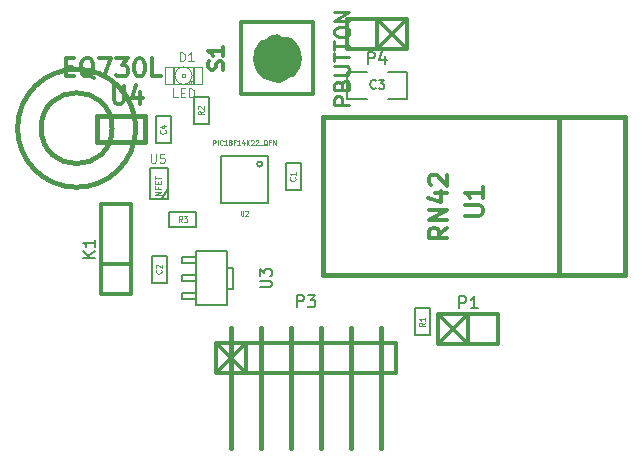
<source format=gto>
G04 (created by PCBNEW-RS274X (2011-nov-30)-testing) date Wed 08 Aug 2012 11:28:05 AM CEST*
%MOIN*%
G04 Gerber Fmt 3.4, Leading zero omitted, Abs format*
%FSLAX34Y34*%
G01*
G70*
G90*
G04 APERTURE LIST*
%ADD10C,0.006*%
%ADD11C,0.015*%
%ADD12C,0.005*%
%ADD13C,0.0079*%
%ADD14C,0.012*%
%ADD15C,0.1*%
%ADD16C,0.0026*%
%ADD17C,0.004*%
%ADD18C,0.0045*%
%ADD19C,0.0031*%
%ADD20C,0.008*%
%ADD21C,0.0125*%
%ADD22C,0.01*%
%ADD23C,0.0035*%
%ADD24C,0.003*%
G04 APERTURE END LIST*
G54D10*
G54D11*
X9685Y-11143D02*
G75*
G03X9685Y-11143I-1181J0D01*
G74*
G01*
X10473Y-11143D02*
G75*
G03X10473Y-11143I-1969J0D01*
G74*
G01*
G54D12*
X12027Y-16632D02*
X12027Y-16832D01*
X12027Y-16832D02*
X12497Y-16832D01*
X12027Y-16632D02*
X12497Y-16632D01*
X12027Y-16042D02*
X12497Y-16042D01*
X12027Y-16242D02*
X12497Y-16242D01*
X12027Y-16042D02*
X12027Y-16242D01*
X12027Y-15452D02*
X12027Y-15652D01*
X12027Y-15652D02*
X12497Y-15652D01*
X12027Y-15452D02*
X12497Y-15452D01*
X13722Y-15787D02*
X13722Y-16497D01*
X13722Y-16497D02*
X13527Y-16497D01*
X13722Y-15787D02*
X13527Y-15787D01*
X12497Y-15237D02*
X13527Y-15237D01*
X13527Y-15237D02*
X13527Y-17047D01*
X13527Y-17047D02*
X12497Y-17047D01*
X12497Y-17047D02*
X12497Y-15237D01*
X19524Y-10155D02*
X19524Y-9255D01*
X19524Y-9255D02*
X18874Y-9255D01*
X18174Y-10155D02*
X17524Y-10155D01*
X17524Y-10155D02*
X17524Y-9255D01*
X17524Y-9255D02*
X18174Y-9255D01*
X18874Y-10155D02*
X19524Y-10155D01*
X15978Y-12306D02*
X15978Y-13206D01*
X15978Y-13206D02*
X15478Y-13206D01*
X15478Y-13206D02*
X15478Y-12306D01*
X15478Y-12306D02*
X15978Y-12306D01*
X11010Y-16296D02*
X11010Y-15396D01*
X11010Y-15396D02*
X11510Y-15396D01*
X11510Y-15396D02*
X11510Y-16296D01*
X11510Y-16296D02*
X11010Y-16296D01*
X12407Y-11001D02*
X12407Y-10101D01*
X12407Y-10101D02*
X12907Y-10101D01*
X12907Y-10101D02*
X12907Y-11001D01*
X12907Y-11001D02*
X12407Y-11001D01*
X20289Y-17148D02*
X20289Y-18048D01*
X20289Y-18048D02*
X19789Y-18048D01*
X19789Y-18048D02*
X19789Y-17148D01*
X19789Y-17148D02*
X20289Y-17148D01*
X11648Y-10731D02*
X11648Y-11631D01*
X11648Y-11631D02*
X11148Y-11631D01*
X11148Y-11631D02*
X11148Y-10731D01*
X11148Y-10731D02*
X11648Y-10731D01*
G54D11*
X24587Y-10768D02*
X26792Y-10768D01*
X26792Y-10768D02*
X26792Y-16044D01*
X26792Y-16044D02*
X24587Y-16044D01*
X16713Y-10768D02*
X24587Y-10768D01*
X24587Y-10768D02*
X24587Y-16044D01*
X24587Y-16044D02*
X16713Y-16044D01*
X16713Y-16044D02*
X16713Y-10768D01*
G54D13*
X14881Y-12067D02*
X14881Y-13641D01*
X14881Y-13641D02*
X13307Y-13641D01*
X13307Y-13641D02*
X13307Y-12067D01*
X13307Y-12067D02*
X14881Y-12067D01*
X14693Y-12342D02*
G75*
G03X14693Y-12342I-87J0D01*
G74*
G01*
G54D14*
X13142Y-19295D02*
X14142Y-18295D01*
X14142Y-18295D02*
X14142Y-19295D01*
X14142Y-19295D02*
X13142Y-18295D01*
G54D11*
X13642Y-17795D02*
X13642Y-21795D01*
X18642Y-17795D02*
X18642Y-21795D01*
X17642Y-17795D02*
X17642Y-21795D01*
X16642Y-17795D02*
X16642Y-21795D01*
X15642Y-21795D02*
X15642Y-17795D01*
X14642Y-17795D02*
X14642Y-21795D01*
G54D14*
X13142Y-19295D02*
X13142Y-18295D01*
X13142Y-18295D02*
X19142Y-18295D01*
X19142Y-18295D02*
X19142Y-19295D01*
X19142Y-19295D02*
X13142Y-19295D01*
X10303Y-15677D02*
X9303Y-15677D01*
X9303Y-16677D02*
X9303Y-13677D01*
X9303Y-13677D02*
X10303Y-13677D01*
X10303Y-13677D02*
X10303Y-16677D01*
X10303Y-16677D02*
X9303Y-16677D01*
X21555Y-17335D02*
X21555Y-18335D01*
X21555Y-18335D02*
X20555Y-17335D01*
X20555Y-18335D02*
X21555Y-17335D01*
X22555Y-18335D02*
X20555Y-18335D01*
X20555Y-17335D02*
X22555Y-17335D01*
X20555Y-18335D02*
X20555Y-17335D01*
X22555Y-17335D02*
X22555Y-18335D01*
X18504Y-8492D02*
X18504Y-7492D01*
X18504Y-7492D02*
X19504Y-8492D01*
X19504Y-7492D02*
X18504Y-8492D01*
X17504Y-7492D02*
X19504Y-7492D01*
X19504Y-8492D02*
X17504Y-8492D01*
X19504Y-7492D02*
X19504Y-8492D01*
X17504Y-8492D02*
X17504Y-7492D01*
X13997Y-10019D02*
X13997Y-7619D01*
X13997Y-7619D02*
X16397Y-7619D01*
X16397Y-7619D02*
X16397Y-10019D01*
X16397Y-10019D02*
X13997Y-10019D01*
G54D15*
X15513Y-8819D02*
G75*
G03X15513Y-8819I-316J0D01*
G74*
G01*
G54D16*
X12028Y-9429D02*
X12106Y-9429D01*
X12106Y-9429D02*
X12106Y-9351D01*
X12028Y-9351D02*
X12106Y-9351D01*
X12028Y-9429D02*
X12028Y-9351D01*
X12244Y-9665D02*
X12381Y-9665D01*
X12381Y-9665D02*
X12381Y-9567D01*
X12244Y-9567D02*
X12381Y-9567D01*
X12244Y-9665D02*
X12244Y-9567D01*
X12381Y-9665D02*
X12421Y-9665D01*
X12421Y-9665D02*
X12421Y-9194D01*
X12381Y-9194D02*
X12421Y-9194D01*
X12381Y-9665D02*
X12381Y-9194D01*
X12381Y-9174D02*
X12421Y-9174D01*
X12421Y-9174D02*
X12421Y-9115D01*
X12381Y-9115D02*
X12421Y-9115D01*
X12381Y-9174D02*
X12381Y-9115D01*
X11713Y-9665D02*
X11753Y-9665D01*
X11753Y-9665D02*
X11753Y-9194D01*
X11713Y-9194D02*
X11753Y-9194D01*
X11713Y-9665D02*
X11713Y-9194D01*
X11713Y-9174D02*
X11753Y-9174D01*
X11753Y-9174D02*
X11753Y-9115D01*
X11713Y-9115D02*
X11753Y-9115D01*
X11713Y-9174D02*
X11713Y-9115D01*
X12244Y-9665D02*
X12303Y-9665D01*
X12303Y-9665D02*
X12303Y-9567D01*
X12244Y-9567D02*
X12303Y-9567D01*
X12244Y-9665D02*
X12244Y-9567D01*
G54D17*
X12677Y-9685D02*
X11457Y-9685D01*
X11457Y-9685D02*
X11457Y-9095D01*
X11457Y-9095D02*
X12677Y-9095D01*
X12677Y-9095D02*
X12677Y-9685D01*
X11852Y-9586D02*
G75*
G03X12283Y-9585I215J196D01*
G74*
G01*
X11852Y-9194D02*
G75*
G03X11851Y-9585I215J-196D01*
G74*
G01*
X12282Y-9194D02*
G75*
G03X11851Y-9195I-215J-196D01*
G74*
G01*
X12282Y-9586D02*
G75*
G03X12283Y-9195I-215J196D01*
G74*
G01*
G54D11*
X9173Y-10748D02*
X10787Y-10748D01*
X10787Y-10748D02*
X10787Y-11614D01*
X10787Y-11614D02*
X9173Y-11614D01*
X9173Y-11614D02*
X9173Y-10748D01*
G54D12*
X11540Y-13172D02*
X11340Y-13472D01*
X11540Y-12472D02*
X11540Y-13497D01*
X11540Y-13497D02*
X10940Y-13497D01*
X10940Y-13497D02*
X10940Y-12472D01*
X10940Y-12472D02*
X11540Y-12472D01*
X11597Y-13943D02*
X12497Y-13943D01*
X12497Y-13943D02*
X12497Y-14443D01*
X12497Y-14443D02*
X11597Y-14443D01*
X11597Y-14443D02*
X11597Y-13943D01*
G54D13*
X14607Y-16452D02*
X14926Y-16452D01*
X14964Y-16433D01*
X14983Y-16415D01*
X15001Y-16377D01*
X15001Y-16302D01*
X14983Y-16265D01*
X14964Y-16246D01*
X14926Y-16227D01*
X14607Y-16227D01*
X14607Y-16077D02*
X14607Y-15833D01*
X14758Y-15964D01*
X14758Y-15908D01*
X14776Y-15870D01*
X14795Y-15852D01*
X14833Y-15833D01*
X14926Y-15833D01*
X14964Y-15852D01*
X14983Y-15870D01*
X15001Y-15908D01*
X15001Y-16020D01*
X14983Y-16058D01*
X14964Y-16077D01*
G54D12*
X18474Y-9798D02*
X18460Y-9812D01*
X18417Y-9826D01*
X18388Y-9826D01*
X18345Y-9812D01*
X18317Y-9784D01*
X18302Y-9755D01*
X18288Y-9698D01*
X18288Y-9655D01*
X18302Y-9598D01*
X18317Y-9569D01*
X18345Y-9541D01*
X18388Y-9526D01*
X18417Y-9526D01*
X18460Y-9541D01*
X18474Y-9555D01*
X18574Y-9526D02*
X18760Y-9526D01*
X18660Y-9641D01*
X18702Y-9641D01*
X18731Y-9655D01*
X18745Y-9669D01*
X18760Y-9698D01*
X18760Y-9769D01*
X18745Y-9798D01*
X18731Y-9812D01*
X18702Y-9826D01*
X18617Y-9826D01*
X18588Y-9812D01*
X18574Y-9798D01*
G54D18*
X15790Y-12785D02*
X15799Y-12794D01*
X15809Y-12820D01*
X15809Y-12837D01*
X15799Y-12862D01*
X15780Y-12880D01*
X15761Y-12888D01*
X15723Y-12897D01*
X15695Y-12897D01*
X15657Y-12888D01*
X15638Y-12880D01*
X15618Y-12862D01*
X15609Y-12837D01*
X15609Y-12820D01*
X15618Y-12794D01*
X15628Y-12785D01*
X15809Y-12614D02*
X15809Y-12717D01*
X15809Y-12665D02*
X15609Y-12665D01*
X15638Y-12682D01*
X15657Y-12700D01*
X15666Y-12717D01*
X11322Y-15875D02*
X11331Y-15884D01*
X11341Y-15910D01*
X11341Y-15927D01*
X11331Y-15952D01*
X11312Y-15970D01*
X11293Y-15978D01*
X11255Y-15987D01*
X11227Y-15987D01*
X11189Y-15978D01*
X11170Y-15970D01*
X11150Y-15952D01*
X11141Y-15927D01*
X11141Y-15910D01*
X11150Y-15884D01*
X11160Y-15875D01*
X11160Y-15807D02*
X11150Y-15798D01*
X11141Y-15781D01*
X11141Y-15738D01*
X11150Y-15721D01*
X11160Y-15712D01*
X11179Y-15704D01*
X11198Y-15704D01*
X11227Y-15712D01*
X11341Y-15815D01*
X11341Y-15704D01*
X12738Y-10580D02*
X12643Y-10640D01*
X12738Y-10683D02*
X12538Y-10683D01*
X12538Y-10615D01*
X12547Y-10597D01*
X12557Y-10589D01*
X12576Y-10580D01*
X12605Y-10580D01*
X12624Y-10589D01*
X12633Y-10597D01*
X12643Y-10615D01*
X12643Y-10683D01*
X12557Y-10512D02*
X12547Y-10503D01*
X12538Y-10486D01*
X12538Y-10443D01*
X12547Y-10426D01*
X12557Y-10417D01*
X12576Y-10409D01*
X12595Y-10409D01*
X12624Y-10417D01*
X12738Y-10520D01*
X12738Y-10409D01*
X20120Y-17627D02*
X20025Y-17687D01*
X20120Y-17730D02*
X19920Y-17730D01*
X19920Y-17662D01*
X19929Y-17644D01*
X19939Y-17636D01*
X19958Y-17627D01*
X19987Y-17627D01*
X20006Y-17636D01*
X20015Y-17644D01*
X20025Y-17662D01*
X20025Y-17730D01*
X20120Y-17456D02*
X20120Y-17559D01*
X20120Y-17507D02*
X19920Y-17507D01*
X19949Y-17524D01*
X19968Y-17542D01*
X19977Y-17559D01*
X11460Y-11210D02*
X11469Y-11219D01*
X11479Y-11245D01*
X11479Y-11262D01*
X11469Y-11287D01*
X11450Y-11305D01*
X11431Y-11313D01*
X11393Y-11322D01*
X11365Y-11322D01*
X11327Y-11313D01*
X11308Y-11305D01*
X11288Y-11287D01*
X11279Y-11262D01*
X11279Y-11245D01*
X11288Y-11219D01*
X11298Y-11210D01*
X11346Y-11056D02*
X11479Y-11056D01*
X11269Y-11099D02*
X11412Y-11142D01*
X11412Y-11030D01*
G54D14*
X21435Y-14060D02*
X21921Y-14060D01*
X21978Y-14032D01*
X22006Y-14003D01*
X22035Y-13946D01*
X22035Y-13832D01*
X22006Y-13774D01*
X21978Y-13746D01*
X21921Y-13717D01*
X21435Y-13717D01*
X22035Y-13117D02*
X22035Y-13460D01*
X22035Y-13288D02*
X21435Y-13288D01*
X21521Y-13345D01*
X21578Y-13403D01*
X21606Y-13460D01*
X20854Y-14459D02*
X20568Y-14659D01*
X20854Y-14802D02*
X20254Y-14802D01*
X20254Y-14574D01*
X20282Y-14516D01*
X20311Y-14488D01*
X20368Y-14459D01*
X20454Y-14459D01*
X20511Y-14488D01*
X20540Y-14516D01*
X20568Y-14574D01*
X20568Y-14802D01*
X20854Y-14202D02*
X20254Y-14202D01*
X20854Y-13859D01*
X20254Y-13859D01*
X20454Y-13316D02*
X20854Y-13316D01*
X20225Y-13459D02*
X20654Y-13602D01*
X20654Y-13230D01*
X20311Y-13031D02*
X20282Y-13002D01*
X20254Y-12945D01*
X20254Y-12802D01*
X20282Y-12745D01*
X20311Y-12716D01*
X20368Y-12688D01*
X20425Y-12688D01*
X20511Y-12716D01*
X20854Y-13059D01*
X20854Y-12688D01*
G54D19*
X13974Y-13902D02*
X13974Y-14029D01*
X13982Y-14044D01*
X13989Y-14052D01*
X14004Y-14059D01*
X14034Y-14059D01*
X14049Y-14052D01*
X14057Y-14044D01*
X14064Y-14029D01*
X14064Y-13902D01*
X14131Y-13917D02*
X14138Y-13910D01*
X14153Y-13902D01*
X14191Y-13902D01*
X14206Y-13910D01*
X14213Y-13917D01*
X14221Y-13932D01*
X14221Y-13947D01*
X14213Y-13969D01*
X14123Y-14059D01*
X14221Y-14059D01*
X13049Y-11697D02*
X13049Y-11540D01*
X13109Y-11540D01*
X13124Y-11548D01*
X13132Y-11555D01*
X13139Y-11570D01*
X13139Y-11592D01*
X13132Y-11607D01*
X13124Y-11615D01*
X13109Y-11622D01*
X13049Y-11622D01*
X13206Y-11697D02*
X13206Y-11540D01*
X13371Y-11682D02*
X13364Y-11690D01*
X13341Y-11697D01*
X13326Y-11697D01*
X13304Y-11690D01*
X13289Y-11675D01*
X13281Y-11660D01*
X13274Y-11630D01*
X13274Y-11607D01*
X13281Y-11577D01*
X13289Y-11562D01*
X13304Y-11548D01*
X13326Y-11540D01*
X13341Y-11540D01*
X13364Y-11548D01*
X13371Y-11555D01*
X13521Y-11697D02*
X13431Y-11697D01*
X13476Y-11697D02*
X13476Y-11540D01*
X13461Y-11562D01*
X13446Y-11577D01*
X13431Y-11585D01*
X13611Y-11607D02*
X13596Y-11600D01*
X13588Y-11592D01*
X13581Y-11577D01*
X13581Y-11570D01*
X13588Y-11555D01*
X13596Y-11548D01*
X13611Y-11540D01*
X13641Y-11540D01*
X13656Y-11548D01*
X13663Y-11555D01*
X13671Y-11570D01*
X13671Y-11577D01*
X13663Y-11592D01*
X13656Y-11600D01*
X13641Y-11607D01*
X13611Y-11607D01*
X13596Y-11615D01*
X13588Y-11622D01*
X13581Y-11637D01*
X13581Y-11667D01*
X13588Y-11682D01*
X13596Y-11690D01*
X13611Y-11697D01*
X13641Y-11697D01*
X13656Y-11690D01*
X13663Y-11682D01*
X13671Y-11667D01*
X13671Y-11637D01*
X13663Y-11622D01*
X13656Y-11615D01*
X13641Y-11607D01*
X13791Y-11615D02*
X13738Y-11615D01*
X13738Y-11697D02*
X13738Y-11540D01*
X13813Y-11540D01*
X13956Y-11697D02*
X13866Y-11697D01*
X13911Y-11697D02*
X13911Y-11540D01*
X13896Y-11562D01*
X13881Y-11577D01*
X13866Y-11585D01*
X14091Y-11592D02*
X14091Y-11697D01*
X14053Y-11533D02*
X14016Y-11645D01*
X14113Y-11645D01*
X14173Y-11697D02*
X14173Y-11540D01*
X14263Y-11697D02*
X14196Y-11607D01*
X14263Y-11540D02*
X14173Y-11630D01*
X14323Y-11555D02*
X14330Y-11548D01*
X14345Y-11540D01*
X14383Y-11540D01*
X14398Y-11548D01*
X14405Y-11555D01*
X14413Y-11570D01*
X14413Y-11585D01*
X14405Y-11607D01*
X14315Y-11697D01*
X14413Y-11697D01*
X14473Y-11555D02*
X14480Y-11548D01*
X14495Y-11540D01*
X14533Y-11540D01*
X14548Y-11548D01*
X14555Y-11555D01*
X14563Y-11570D01*
X14563Y-11585D01*
X14555Y-11607D01*
X14465Y-11697D01*
X14563Y-11697D01*
X14593Y-11712D02*
X14713Y-11712D01*
X14855Y-11712D02*
X14840Y-11705D01*
X14825Y-11690D01*
X14803Y-11667D01*
X14788Y-11660D01*
X14773Y-11660D01*
X14780Y-11697D02*
X14765Y-11690D01*
X14750Y-11675D01*
X14743Y-11645D01*
X14743Y-11592D01*
X14750Y-11562D01*
X14765Y-11548D01*
X14780Y-11540D01*
X14810Y-11540D01*
X14825Y-11548D01*
X14840Y-11562D01*
X14848Y-11592D01*
X14848Y-11645D01*
X14840Y-11675D01*
X14825Y-11690D01*
X14810Y-11697D01*
X14780Y-11697D01*
X14967Y-11615D02*
X14914Y-11615D01*
X14914Y-11697D02*
X14914Y-11540D01*
X14989Y-11540D01*
X15049Y-11697D02*
X15049Y-11540D01*
X15139Y-11697D01*
X15139Y-11540D01*
G54D20*
X15847Y-17107D02*
X15847Y-16707D01*
X16000Y-16707D01*
X16038Y-16726D01*
X16057Y-16745D01*
X16076Y-16783D01*
X16076Y-16840D01*
X16057Y-16878D01*
X16038Y-16897D01*
X16000Y-16916D01*
X15847Y-16916D01*
X16209Y-16707D02*
X16457Y-16707D01*
X16323Y-16859D01*
X16381Y-16859D01*
X16419Y-16878D01*
X16438Y-16897D01*
X16457Y-16935D01*
X16457Y-17031D01*
X16438Y-17069D01*
X16419Y-17088D01*
X16381Y-17107D01*
X16266Y-17107D01*
X16228Y-17088D01*
X16209Y-17069D01*
X9115Y-15472D02*
X8715Y-15472D01*
X9115Y-15243D02*
X8886Y-15415D01*
X8715Y-15243D02*
X8943Y-15472D01*
X9115Y-14862D02*
X9115Y-15091D01*
X9115Y-14977D02*
X8715Y-14977D01*
X8772Y-15015D01*
X8810Y-15053D01*
X8829Y-15091D01*
X21260Y-17147D02*
X21260Y-16747D01*
X21413Y-16747D01*
X21451Y-16766D01*
X21470Y-16785D01*
X21489Y-16823D01*
X21489Y-16880D01*
X21470Y-16918D01*
X21451Y-16937D01*
X21413Y-16956D01*
X21260Y-16956D01*
X21870Y-17147D02*
X21641Y-17147D01*
X21755Y-17147D02*
X21755Y-16747D01*
X21717Y-16804D01*
X21679Y-16842D01*
X21641Y-16861D01*
X18209Y-9004D02*
X18209Y-8604D01*
X18362Y-8604D01*
X18400Y-8623D01*
X18419Y-8642D01*
X18438Y-8680D01*
X18438Y-8737D01*
X18419Y-8775D01*
X18400Y-8794D01*
X18362Y-8813D01*
X18209Y-8813D01*
X18781Y-8737D02*
X18781Y-9004D01*
X18685Y-8585D02*
X18590Y-8871D01*
X18838Y-8871D01*
G54D21*
X13376Y-9200D02*
X13399Y-9128D01*
X13399Y-9009D01*
X13376Y-8962D01*
X13352Y-8938D01*
X13304Y-8914D01*
X13257Y-8914D01*
X13209Y-8938D01*
X13185Y-8962D01*
X13161Y-9009D01*
X13137Y-9105D01*
X13114Y-9152D01*
X13090Y-9176D01*
X13042Y-9200D01*
X12995Y-9200D01*
X12947Y-9176D01*
X12923Y-9152D01*
X12899Y-9105D01*
X12899Y-8985D01*
X12923Y-8914D01*
X13399Y-8438D02*
X13399Y-8724D01*
X13399Y-8581D02*
X12899Y-8581D01*
X12971Y-8629D01*
X13018Y-8676D01*
X13042Y-8724D01*
G54D22*
X17599Y-10367D02*
X17099Y-10367D01*
X17099Y-10176D01*
X17123Y-10129D01*
X17147Y-10105D01*
X17195Y-10081D01*
X17266Y-10081D01*
X17314Y-10105D01*
X17337Y-10129D01*
X17361Y-10176D01*
X17361Y-10367D01*
X17337Y-9700D02*
X17361Y-9629D01*
X17385Y-9605D01*
X17433Y-9581D01*
X17504Y-9581D01*
X17552Y-9605D01*
X17576Y-9629D01*
X17599Y-9676D01*
X17599Y-9867D01*
X17099Y-9867D01*
X17099Y-9700D01*
X17123Y-9653D01*
X17147Y-9629D01*
X17195Y-9605D01*
X17242Y-9605D01*
X17290Y-9629D01*
X17314Y-9653D01*
X17337Y-9700D01*
X17337Y-9867D01*
X17099Y-9367D02*
X17504Y-9367D01*
X17552Y-9343D01*
X17576Y-9319D01*
X17599Y-9272D01*
X17599Y-9176D01*
X17576Y-9129D01*
X17552Y-9105D01*
X17504Y-9081D01*
X17099Y-9081D01*
X17099Y-8914D02*
X17099Y-8629D01*
X17599Y-8772D02*
X17099Y-8772D01*
X17099Y-8533D02*
X17099Y-8248D01*
X17599Y-8391D02*
X17099Y-8391D01*
X17099Y-7986D02*
X17099Y-7890D01*
X17123Y-7843D01*
X17171Y-7795D01*
X17266Y-7771D01*
X17433Y-7771D01*
X17528Y-7795D01*
X17576Y-7843D01*
X17599Y-7890D01*
X17599Y-7986D01*
X17576Y-8033D01*
X17528Y-8081D01*
X17433Y-8105D01*
X17266Y-8105D01*
X17171Y-8081D01*
X17123Y-8033D01*
X17099Y-7986D01*
X17599Y-7557D02*
X17099Y-7557D01*
X17599Y-7271D01*
X17099Y-7271D01*
G54D23*
X11945Y-8911D02*
X11945Y-8611D01*
X12017Y-8611D01*
X12060Y-8626D01*
X12088Y-8654D01*
X12103Y-8683D01*
X12117Y-8740D01*
X12117Y-8783D01*
X12103Y-8840D01*
X12088Y-8869D01*
X12060Y-8897D01*
X12017Y-8911D01*
X11945Y-8911D01*
X12403Y-8911D02*
X12231Y-8911D01*
X12317Y-8911D02*
X12317Y-8611D01*
X12288Y-8654D01*
X12260Y-8683D01*
X12231Y-8697D01*
X11874Y-10111D02*
X11731Y-10111D01*
X11731Y-9811D01*
X11974Y-9954D02*
X12074Y-9954D01*
X12117Y-10111D02*
X11974Y-10111D01*
X11974Y-9811D01*
X12117Y-9811D01*
X12245Y-10111D02*
X12245Y-9811D01*
X12317Y-9811D01*
X12360Y-9826D01*
X12388Y-9854D01*
X12403Y-9883D01*
X12417Y-9940D01*
X12417Y-9983D01*
X12403Y-10040D01*
X12388Y-10069D01*
X12360Y-10097D01*
X12317Y-10111D01*
X12245Y-10111D01*
G54D14*
X9740Y-9722D02*
X9740Y-10208D01*
X9768Y-10265D01*
X9797Y-10293D01*
X9854Y-10322D01*
X9968Y-10322D01*
X10026Y-10293D01*
X10054Y-10265D01*
X10083Y-10208D01*
X10083Y-9722D01*
X10626Y-9922D02*
X10626Y-10322D01*
X10483Y-9693D02*
X10340Y-10122D01*
X10712Y-10122D01*
X8143Y-9102D02*
X8343Y-9102D01*
X8429Y-9416D02*
X8143Y-9416D01*
X8143Y-8816D01*
X8429Y-8816D01*
X9086Y-9473D02*
X9029Y-9444D01*
X8972Y-9387D01*
X8886Y-9302D01*
X8829Y-9273D01*
X8772Y-9273D01*
X8800Y-9416D02*
X8743Y-9387D01*
X8686Y-9330D01*
X8657Y-9216D01*
X8657Y-9016D01*
X8686Y-8902D01*
X8743Y-8844D01*
X8800Y-8816D01*
X8914Y-8816D01*
X8972Y-8844D01*
X9029Y-8902D01*
X9057Y-9016D01*
X9057Y-9216D01*
X9029Y-9330D01*
X8972Y-9387D01*
X8914Y-9416D01*
X8800Y-9416D01*
X9258Y-8816D02*
X9658Y-8816D01*
X9401Y-9416D01*
X9829Y-8816D02*
X10200Y-8816D01*
X10000Y-9044D01*
X10086Y-9044D01*
X10143Y-9073D01*
X10172Y-9102D01*
X10200Y-9159D01*
X10200Y-9302D01*
X10172Y-9359D01*
X10143Y-9387D01*
X10086Y-9416D01*
X9914Y-9416D01*
X9857Y-9387D01*
X9829Y-9359D01*
X10571Y-8816D02*
X10628Y-8816D01*
X10685Y-8844D01*
X10714Y-8873D01*
X10743Y-8930D01*
X10771Y-9044D01*
X10771Y-9187D01*
X10743Y-9302D01*
X10714Y-9359D01*
X10685Y-9387D01*
X10628Y-9416D01*
X10571Y-9416D01*
X10514Y-9387D01*
X10485Y-9359D01*
X10457Y-9302D01*
X10428Y-9187D01*
X10428Y-9044D01*
X10457Y-8930D01*
X10485Y-8873D01*
X10514Y-8844D01*
X10571Y-8816D01*
X11314Y-9416D02*
X11028Y-9416D01*
X11028Y-8816D01*
G54D24*
X10972Y-12006D02*
X10972Y-12249D01*
X10987Y-12278D01*
X11001Y-12292D01*
X11030Y-12306D01*
X11087Y-12306D01*
X11115Y-12292D01*
X11130Y-12278D01*
X11144Y-12249D01*
X11144Y-12006D01*
X11429Y-12006D02*
X11286Y-12006D01*
X11272Y-12149D01*
X11286Y-12135D01*
X11315Y-12121D01*
X11386Y-12121D01*
X11415Y-12135D01*
X11429Y-12149D01*
X11444Y-12178D01*
X11444Y-12249D01*
X11429Y-12278D01*
X11415Y-12292D01*
X11386Y-12306D01*
X11315Y-12306D01*
X11286Y-12292D01*
X11272Y-12278D01*
X11319Y-13375D02*
X11122Y-13375D01*
X11319Y-13263D01*
X11122Y-13263D01*
X11216Y-13103D02*
X11216Y-13169D01*
X11319Y-13169D02*
X11122Y-13169D01*
X11122Y-13075D01*
X11216Y-13000D02*
X11216Y-12934D01*
X11319Y-12906D02*
X11319Y-13000D01*
X11122Y-13000D01*
X11122Y-12906D01*
X11122Y-12850D02*
X11122Y-12738D01*
X11319Y-12794D02*
X11122Y-12794D01*
G54D18*
X12018Y-14274D02*
X11958Y-14179D01*
X11915Y-14274D02*
X11915Y-14074D01*
X11983Y-14074D01*
X12001Y-14083D01*
X12009Y-14093D01*
X12018Y-14112D01*
X12018Y-14141D01*
X12009Y-14160D01*
X12001Y-14169D01*
X11983Y-14179D01*
X11915Y-14179D01*
X12078Y-14074D02*
X12189Y-14074D01*
X12129Y-14150D01*
X12155Y-14150D01*
X12172Y-14160D01*
X12181Y-14169D01*
X12189Y-14188D01*
X12189Y-14236D01*
X12181Y-14255D01*
X12172Y-14264D01*
X12155Y-14274D01*
X12103Y-14274D01*
X12086Y-14264D01*
X12078Y-14255D01*
M02*

</source>
